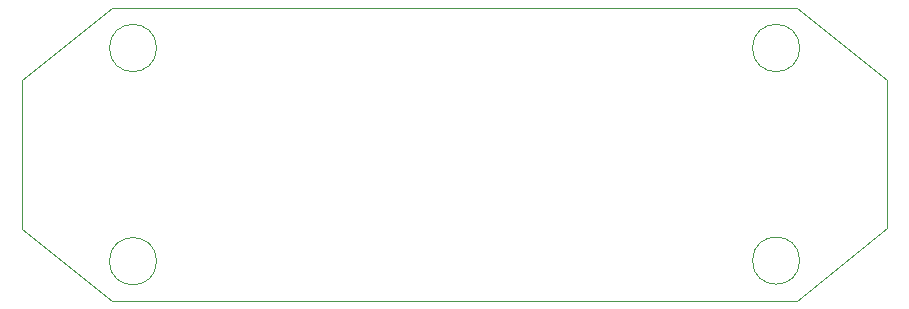
<source format=gbr>
%TF.GenerationSoftware,KiCad,Pcbnew,(5.1.8)-1*%
%TF.CreationDate,2021-01-19T18:41:25+01:00*%
%TF.ProjectId,PAD_2021.01_FiltroNOAA_v1,5041445f-3230-4323-912e-30315f46696c,rev?*%
%TF.SameCoordinates,Original*%
%TF.FileFunction,Profile,NP*%
%FSLAX46Y46*%
G04 Gerber Fmt 4.6, Leading zero omitted, Abs format (unit mm)*
G04 Created by KiCad (PCBNEW (5.1.8)-1) date 2021-01-19 18:41:25*
%MOMM*%
%LPD*%
G01*
G04 APERTURE LIST*
%TA.AperFunction,Profile*%
%ADD10C,0.050000*%
%TD*%
G04 APERTURE END LIST*
D10*
X149350000Y-76000000D02*
G75*
G03*
X149350000Y-76000000I-2000000J0D01*
G01*
X149150000Y-72600000D02*
X156750000Y-78750000D01*
X149150000Y-72600000D02*
X145150000Y-72600000D01*
X149350000Y-94000000D02*
G75*
G03*
X149350000Y-94000000I-2000000J0D01*
G01*
X149150000Y-97400000D02*
X156750000Y-91250000D01*
X149150000Y-97400000D02*
X95100000Y-97450000D01*
X94900000Y-94050000D02*
G75*
G03*
X94900000Y-94050000I-2000000J0D01*
G01*
X91100000Y-97450000D02*
X83500000Y-91300000D01*
X91100000Y-97450000D02*
X95100000Y-97450000D01*
X94900000Y-76000000D02*
G75*
G03*
X94900000Y-76000000I-2000000J0D01*
G01*
X91100000Y-72600000D02*
X145150000Y-72600000D01*
X91100000Y-72600000D02*
X83500000Y-78750000D01*
X156750000Y-91250000D02*
X156750000Y-78750000D01*
X83500000Y-78750000D02*
X83500000Y-91300000D01*
M02*

</source>
